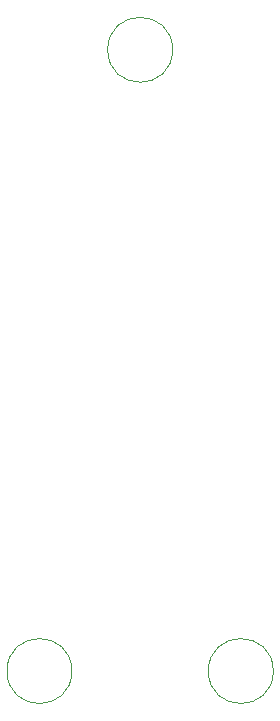
<source format=gbr>
G04 #@! TF.GenerationSoftware,KiCad,Pcbnew,(5.1.2)-1*
G04 #@! TF.CreationDate,2022-05-17T10:22:14-05:00*
G04 #@! TF.ProjectId,jtag_gpio_breakout,6a746167-5f67-4706-996f-5f627265616b,rev?*
G04 #@! TF.SameCoordinates,Original*
G04 #@! TF.FileFunction,Other,User*
%FSLAX46Y46*%
G04 Gerber Fmt 4.6, Leading zero omitted, Abs format (unit mm)*
G04 Created by KiCad (PCBNEW (5.1.2)-1) date 2022-05-17 10:22:14*
%MOMM*%
%LPD*%
G04 APERTURE LIST*
%ADD10C,0.050000*%
G04 APERTURE END LIST*
D10*
X135723999Y-146800000D02*
G75*
G03X135723999Y-146800000I-2750000J0D01*
G01*
X144250000Y-94200000D02*
G75*
G03X144250000Y-94200000I-2750000J0D01*
G01*
X152776001Y-146800000D02*
G75*
G03X152776001Y-146800000I-2750000J0D01*
G01*
M02*

</source>
